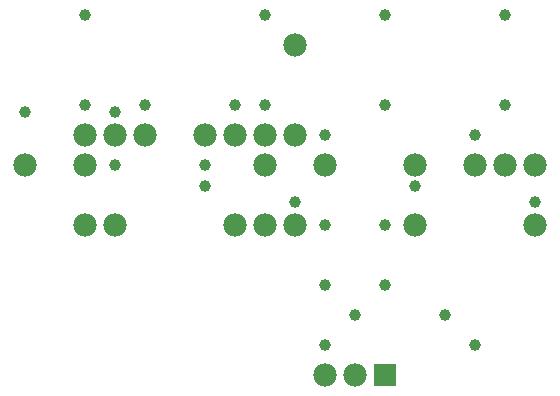
<source format=gbs>
G75*
%MOIN*%
%OFA0B0*%
%FSLAX25Y25*%
%IPPOS*%
%LPD*%
%AMOC8*
5,1,8,0,0,1.08239X$1,22.5*
%
%ADD10C,0.07800*%
%ADD11R,0.07800X0.07800*%
%ADD12C,0.03900*%
D10*
X0131000Y0051000D03*
X0141000Y0051000D03*
X0121000Y0101000D03*
X0111000Y0101000D03*
X0101000Y0101000D03*
X0111000Y0121000D03*
X0111000Y0131000D03*
X0101000Y0131000D03*
X0091000Y0131000D03*
X0071000Y0131000D03*
X0061000Y0131000D03*
X0051000Y0131000D03*
X0051000Y0120843D03*
X0031000Y0120843D03*
X0051000Y0100843D03*
X0061000Y0101000D03*
X0121000Y0131000D03*
X0131000Y0121000D03*
X0161000Y0121000D03*
X0181000Y0121000D03*
X0191000Y0121000D03*
X0201000Y0121000D03*
X0201000Y0101000D03*
X0161000Y0101000D03*
X0121000Y0161000D03*
D11*
X0151000Y0051000D03*
D12*
X0131000Y0061000D03*
X0141000Y0071000D03*
X0131000Y0081000D03*
X0151000Y0081000D03*
X0171000Y0071000D03*
X0181000Y0061000D03*
X0151000Y0101000D03*
X0161000Y0114000D03*
X0181000Y0131000D03*
X0191000Y0141000D03*
X0151000Y0141000D03*
X0131000Y0131000D03*
X0111000Y0141000D03*
X0101000Y0141000D03*
X0071000Y0141000D03*
X0061000Y0138500D03*
X0051000Y0141000D03*
X0031000Y0138500D03*
X0061000Y0121000D03*
X0091000Y0121000D03*
X0091000Y0114000D03*
X0121000Y0108500D03*
X0131000Y0101000D03*
X0201000Y0108500D03*
X0191000Y0171000D03*
X0151000Y0171000D03*
X0111000Y0171000D03*
X0051000Y0171000D03*
M02*

</source>
